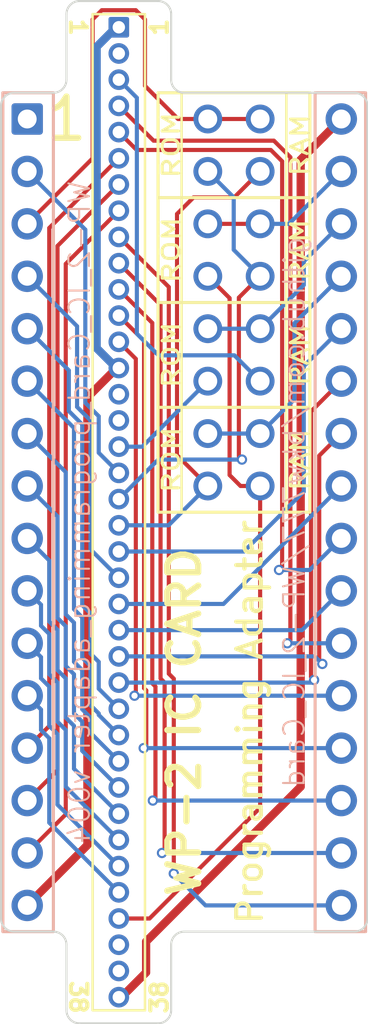
<source format=kicad_pcb>
(kicad_pcb (version 20171130) (host pcbnew 5.1.9-73d0e3b20d~88~ubuntu20.10.1)

  (general
    (thickness 1.6)
    (drawings 56)
    (tracks 219)
    (zones 0)
    (modules 4)
    (nets 37)
  )

  (page USLetter)
  (title_block
    (title "WP-2 IC Card Programming Adapter")
    (date 2021-04-02)
    (rev 004)
    (company "Brian K. White - b.kenyon.w@gmail.com")
  )

  (layers
    (0 F.Cu signal)
    (31 B.Cu signal)
    (32 B.Adhes user hide)
    (33 F.Adhes user hide)
    (34 B.Paste user hide)
    (35 F.Paste user hide)
    (36 B.SilkS user)
    (37 F.SilkS user)
    (38 B.Mask user)
    (39 F.Mask user hide)
    (40 Dwgs.User user hide)
    (41 Cmts.User user hide)
    (42 Eco1.User user hide)
    (43 Eco2.User user hide)
    (44 Edge.Cuts user)
    (45 Margin user hide)
    (46 B.CrtYd user hide)
    (47 F.CrtYd user hide)
    (48 B.Fab user hide)
    (49 F.Fab user hide)
  )

  (setup
    (last_trace_width 0.2)
    (user_trace_width 0.4)
    (trace_clearance 0.2)
    (zone_clearance 0.2)
    (zone_45_only no)
    (trace_min 0.2)
    (via_size 0.5)
    (via_drill 0.3)
    (via_min_size 0.5)
    (via_min_drill 0.3)
    (uvia_size 0.5)
    (uvia_drill 0.3)
    (uvias_allowed no)
    (uvia_min_size 0.5)
    (uvia_min_drill 0.3)
    (edge_width 0.1)
    (segment_width 0.2)
    (pcb_text_width 0.3)
    (pcb_text_size 1.5 1.5)
    (mod_edge_width 0.15)
    (mod_text_size 1 1)
    (mod_text_width 0.15)
    (pad_size 1.524 1.524)
    (pad_drill 0.762)
    (pad_to_mask_clearance 0)
    (solder_mask_min_width 0.22)
    (aux_axis_origin 139.686 99.695)
    (grid_origin 139.686 99.695)
    (visible_elements FFFFFF7F)
    (pcbplotparams
      (layerselection 0x010f0_ffffffff)
      (usegerberextensions false)
      (usegerberattributes true)
      (usegerberadvancedattributes false)
      (creategerberjobfile false)
      (excludeedgelayer true)
      (linewidth 0.100000)
      (plotframeref false)
      (viasonmask false)
      (mode 1)
      (useauxorigin false)
      (hpglpennumber 1)
      (hpglpenspeed 20)
      (hpglpendiameter 15.000000)
      (psnegative false)
      (psa4output false)
      (plotreference true)
      (plotvalue true)
      (plotinvisibletext false)
      (padsonsilk false)
      (subtractmaskfromsilk true)
      (outputformat 1)
      (mirror false)
      (drillshape 0)
      (scaleselection 1)
      (outputdirectory "GERBER_WP-2_IC_CARD_programming_adapter"))
  )

  (net 0 "")
  (net 1 GND)
  (net 2 /~OE)
  (net 3 /D0)
  (net 4 /D1)
  (net 5 /D2)
  (net 6 /D3)
  (net 7 /D4)
  (net 8 /D5)
  (net 9 /D6)
  (net 10 /D7)
  (net 11 /A17)
  (net 12 /A16)
  (net 13 /A15)
  (net 14 /A14)
  (net 15 /A13)
  (net 16 /A12)
  (net 17 /A11)
  (net 18 /A10)
  (net 19 /A9)
  (net 20 /A8)
  (net 21 /A7)
  (net 22 /A6)
  (net 23 /A5)
  (net 24 /A4)
  (net 25 /A3)
  (net 26 /A2)
  (net 27 /A1)
  (net 28 /A0)
  (net 29 /R~W)
  (net 30 /~CE1)
  (net 31 /CE2)
  (net 32 VDD)
  (net 33 /A15_A14)
  (net 34 /A14_~WE)
  (net 35 /A17_CE2)
  (net 36 /~WE~_A15)

  (net_class Default "This is the default net class."
    (clearance 0.2)
    (trace_width 0.2)
    (via_dia 0.5)
    (via_drill 0.3)
    (uvia_dia 0.5)
    (uvia_drill 0.3)
    (diff_pair_width 0.2)
    (diff_pair_gap 0.2)
    (add_net /A0)
    (add_net /A1)
    (add_net /A10)
    (add_net /A11)
    (add_net /A12)
    (add_net /A13)
    (add_net /A14)
    (add_net /A14_~WE)
    (add_net /A15)
    (add_net /A15_A14)
    (add_net /A16)
    (add_net /A17)
    (add_net /A17_CE2)
    (add_net /A2)
    (add_net /A3)
    (add_net /A4)
    (add_net /A5)
    (add_net /A6)
    (add_net /A7)
    (add_net /A8)
    (add_net /A9)
    (add_net /CE2)
    (add_net /D0)
    (add_net /D1)
    (add_net /D2)
    (add_net /D3)
    (add_net /D4)
    (add_net /D5)
    (add_net /D6)
    (add_net /D7)
    (add_net /R~W)
    (add_net /~CE1)
    (add_net /~OE)
    (add_net /~WE~_A15)
    (add_net GND)
    (add_net VDD)
  )

  (module 0_LOCAL:Pin_Header_Straight_1x38_Pitch1.27mm (layer F.Cu) (tedit 6066AB1F) (tstamp 5F8D6560)
    (at 136.511 99.695)
    (descr "Through hole straight pin header, 1x38, 1.27mm pitch, single row")
    (tags "Through hole pin header THT 1x38 1.27mm single row")
    (path /5F6EF0A3)
    (fp_text reference J1 (at 1.27 0 -90) (layer F.SilkS) hide
      (effects (font (size 1 1) (thickness 0.15)))
    )
    (fp_text value Conn_01x38_Male (at -1.27 0 -90) (layer F.Fab)
      (effects (font (size 1 1) (thickness 0.15)))
    )
    (fp_text user %R (at 1.27 0 -90) (layer F.Fab)
      (effects (font (size 1 1) (thickness 0.15)))
    )
    (fp_line (start -1.27 -24.13) (end 1.27 -24.13) (layer F.SilkS) (width 0.12))
    (fp_line (start 1.27 -24.13) (end 1.27 24.13) (layer F.SilkS) (width 0.12))
    (fp_line (start 1.27 24.13) (end -1.27 24.13) (layer F.SilkS) (width 0.12))
    (fp_line (start -1.27 24.13) (end -1.27 -24.13) (layer F.SilkS) (width 0.12))
    (pad 1 thru_hole roundrect (at 0 -23.495) (size 1 1) (drill 0.6) (layers *.Cu *.Mask) (roundrect_rratio 0.1)
      (net 1 GND))
    (pad 2 thru_hole circle (at 0 -22.225) (size 1 1) (drill 0.6) (layers *.Cu *.Mask))
    (pad 3 thru_hole circle (at 0 -20.955) (size 1 1) (drill 0.6) (layers *.Cu *.Mask)
      (net 31 /CE2))
    (pad 4 thru_hole circle (at 0 -19.685) (size 1 1) (drill 0.6) (layers *.Cu *.Mask)
      (net 30 /~CE1))
    (pad 5 thru_hole circle (at 0 -18.415) (size 1 1) (drill 0.6) (layers *.Cu *.Mask)
      (net 2 /~OE))
    (pad 6 thru_hole circle (at 0 -17.145) (size 1 1) (drill 0.6) (layers *.Cu *.Mask)
      (net 3 /D0))
    (pad 7 thru_hole circle (at 0 -15.875) (size 1 1) (drill 0.6) (layers *.Cu *.Mask)
      (net 4 /D1))
    (pad 8 thru_hole circle (at 0 -14.605) (size 1 1) (drill 0.6) (layers *.Cu *.Mask)
      (net 5 /D2))
    (pad 9 thru_hole circle (at 0 -13.335) (size 1 1) (drill 0.6) (layers *.Cu *.Mask)
      (net 6 /D3))
    (pad 10 thru_hole circle (at 0 -12.065) (size 1 1) (drill 0.6) (layers *.Cu *.Mask)
      (net 7 /D4))
    (pad 11 thru_hole circle (at 0 -10.795) (size 1 1) (drill 0.6) (layers *.Cu *.Mask)
      (net 8 /D5))
    (pad 12 thru_hole circle (at 0 -9.525) (size 1 1) (drill 0.6) (layers *.Cu *.Mask)
      (net 9 /D6))
    (pad 13 thru_hole circle (at 0 -8.255) (size 1 1) (drill 0.6) (layers *.Cu *.Mask)
      (net 10 /D7))
    (pad 14 thru_hole circle (at 0 -6.985) (size 1 1) (drill 0.6) (layers *.Cu *.Mask)
      (net 1 GND))
    (pad 15 thru_hole circle (at 0 -5.715) (size 1 1) (drill 0.6) (layers *.Cu *.Mask))
    (pad 16 thru_hole circle (at 0 -4.445) (size 1 1) (drill 0.6) (layers *.Cu *.Mask))
    (pad 17 thru_hole circle (at 0 -3.175) (size 1 1) (drill 0.6) (layers *.Cu *.Mask)
      (net 11 /A17))
    (pad 18 thru_hole circle (at 0 -1.905) (size 1 1) (drill 0.6) (layers *.Cu *.Mask)
      (net 12 /A16))
    (pad 19 thru_hole circle (at 0 -0.635) (size 1 1) (drill 0.6) (layers *.Cu *.Mask)
      (net 13 /A15))
    (pad 20 thru_hole circle (at 0 0.635) (size 1 1) (drill 0.6) (layers *.Cu *.Mask)
      (net 14 /A14))
    (pad 21 thru_hole circle (at 0 1.905) (size 1 1) (drill 0.6) (layers *.Cu *.Mask)
      (net 15 /A13))
    (pad 22 thru_hole circle (at 0 3.175) (size 1 1) (drill 0.6) (layers *.Cu *.Mask)
      (net 16 /A12))
    (pad 23 thru_hole circle (at 0 4.445) (size 1 1) (drill 0.6) (layers *.Cu *.Mask)
      (net 17 /A11))
    (pad 24 thru_hole circle (at 0 5.715) (size 1 1) (drill 0.6) (layers *.Cu *.Mask)
      (net 18 /A10))
    (pad 25 thru_hole circle (at 0 6.985) (size 1 1) (drill 0.6) (layers *.Cu *.Mask)
      (net 19 /A9))
    (pad 26 thru_hole circle (at 0 8.255) (size 1 1) (drill 0.6) (layers *.Cu *.Mask)
      (net 20 /A8))
    (pad 27 thru_hole circle (at 0 9.525) (size 1 1) (drill 0.6) (layers *.Cu *.Mask)
      (net 21 /A7))
    (pad 28 thru_hole circle (at 0 10.795) (size 1 1) (drill 0.6) (layers *.Cu *.Mask)
      (net 22 /A6))
    (pad 29 thru_hole circle (at 0 12.065) (size 1 1) (drill 0.6) (layers *.Cu *.Mask)
      (net 23 /A5))
    (pad 30 thru_hole circle (at 0 13.335) (size 1 1) (drill 0.6) (layers *.Cu *.Mask)
      (net 24 /A4))
    (pad 31 thru_hole circle (at 0 14.605) (size 1 1) (drill 0.6) (layers *.Cu *.Mask)
      (net 25 /A3))
    (pad 32 thru_hole circle (at 0 15.875) (size 1 1) (drill 0.6) (layers *.Cu *.Mask)
      (net 26 /A2))
    (pad 33 thru_hole circle (at 0 17.145) (size 1 1) (drill 0.6) (layers *.Cu *.Mask)
      (net 27 /A1))
    (pad 34 thru_hole circle (at 0 18.415) (size 1 1) (drill 0.6) (layers *.Cu *.Mask)
      (net 28 /A0))
    (pad 35 thru_hole circle (at 0 19.685) (size 1 1) (drill 0.6) (layers *.Cu *.Mask)
      (net 29 /R~W))
    (pad 36 thru_hole circle (at 0 20.955) (size 1 1) (drill 0.6) (layers *.Cu *.Mask))
    (pad 37 thru_hole circle (at 0 22.225) (size 1 1) (drill 0.6) (layers *.Cu *.Mask))
    (pad 38 thru_hole circle (at 0 23.495) (size 1 1) (drill 0.6) (layers *.Cu *.Mask)
      (net 32 VDD))
    (model ${KIPRJMOD}/3d/PinHeader_1x38_P1.27mm_Vertical.step
      (offset (xyz 0 23.495 0))
      (scale (xyz 1 1 1))
      (rotate (xyz 0 0 0))
    )
    (model ${KIPRJMOD}/WP-2_IC_Card_v003_ROM_assembly.step_x
      (offset (xyz -1.1303 0 9.499599999999999))
      (scale (xyz 1 1 1))
      (rotate (xyz 0 -90 0))
    )
    (model ${KIPRJMOD}/WP-2_IC_Card_ROM_carried.step_x
      (offset (xyz -1.1303 0 9.499599999999999))
      (scale (xyz 1 1 1))
      (rotate (xyz 0 -90 0))
    )
    (model ${KIPRJMOD}/WP-2_IC_Card_ROM_no_carrier.step_x
      (offset (xyz -1.1303 0 9.499599999999999))
      (scale (xyz 1 1 1))
      (rotate (xyz 0 -90 0))
    )
    (model ${KIPRJMOD}/WP-2_IC_Card_RAM.step_x
      (offset (xyz -1.397 0 9.5504))
      (scale (xyz 1 1 1))
      (rotate (xyz 0 -90 0))
    )
    (model ${KIPRJMOD}/WP-2_IC_Card_ROM.step_x
      (offset (xyz -1.397 0 9.5504))
      (scale (xyz 1 1 1))
      (rotate (xyz 0 -90 0))
    )
  )

  (module 0_LOCAL:2x8_jumper_block (layer F.Cu) (tedit 6066AA18) (tstamp 6066EA09)
    (at 140.829 80.645)
    (descr "Through hole straight pin header, 2x08, 2.54mm pitch, double rows")
    (tags "Through hole pin header THT 2x08 2.54mm double row")
    (path /607B90CA)
    (fp_text reference J3 (at 1.27 -2.33) (layer F.SilkS) hide
      (effects (font (size 1 1) (thickness 0.15)))
    )
    (fp_text value Conn_02x08_Odd_Even (at 1.27 20.11) (layer F.Fab)
      (effects (font (size 1 1) (thickness 0.15)))
    )
    (fp_text user %R (at 1.27 8.89 90) (layer F.Fab)
      (effects (font (size 1 1) (thickness 0.15)))
    )
    (fp_line (start 3.81 19.05) (end -1.27 19.05) (layer F.SilkS) (width 0.12))
    (fp_line (start 3.81 -1.27) (end 3.81 19.05) (layer F.SilkS) (width 0.12))
    (fp_line (start -1.27 -1.27) (end 3.81 -1.27) (layer F.SilkS) (width 0.12))
    (fp_line (start -1.27 19.05) (end -1.27 -1.27) (layer F.SilkS) (width 0.12))
    (fp_line (start 4.35 -1.8) (end -1.8 -1.8) (layer F.CrtYd) (width 0.05))
    (fp_line (start 4.35 19.55) (end 4.35 -1.8) (layer F.CrtYd) (width 0.05))
    (fp_line (start -1.8 19.55) (end 4.35 19.55) (layer F.CrtYd) (width 0.05))
    (fp_line (start -1.8 -1.8) (end -1.8 19.55) (layer F.CrtYd) (width 0.05))
    (pad 16 thru_hole circle (at 2.54 17.78) (size 1.397 1.397) (drill 0.9144) (layers *.Cu *.Mask)
      (net 29 /R~W))
    (pad 15 thru_hole circle (at 0 17.78) (size 1.397 1.397) (drill 0.9144) (layers *.Cu *.Mask)
      (net 14 /A14))
    (pad 14 thru_hole circle (at 2.54 15.24) (size 1.397 1.397) (drill 0.9144) (layers *.Cu *.Mask)
      (net 34 /A14_~WE))
    (pad 13 thru_hole circle (at 0 15.24) (size 1.397 1.397) (drill 0.9144) (layers *.Cu *.Mask)
      (net 34 /A14_~WE))
    (pad 12 thru_hole circle (at 2.54 12.7) (size 1.397 1.397) (drill 0.9144) (layers *.Cu *.Mask)
      (net 31 /CE2))
    (pad 11 thru_hole circle (at 0 12.7) (size 1.397 1.397) (drill 0.9144) (layers *.Cu *.Mask)
      (net 11 /A17))
    (pad 10 thru_hole circle (at 2.54 10.16) (size 1.397 1.397) (drill 0.9144) (layers *.Cu *.Mask)
      (net 35 /A17_CE2))
    (pad 9 thru_hole circle (at 0 10.16) (size 1.397 1.397) (drill 0.9144) (layers *.Cu *.Mask)
      (net 35 /A17_CE2))
    (pad 8 thru_hole circle (at 2.54 7.62) (size 1.397 1.397) (drill 0.9144) (layers *.Cu *.Mask)
      (net 13 /A15))
    (pad 7 thru_hole circle (at 0 7.62) (size 1.397 1.397) (drill 0.9144) (layers *.Cu *.Mask)
      (net 29 /R~W))
    (pad 6 thru_hole circle (at 2.54 5.08) (size 1.397 1.397) (drill 0.9144) (layers *.Cu *.Mask)
      (net 36 /~WE~_A15))
    (pad 5 thru_hole circle (at 0 5.08) (size 1.397 1.397) (drill 0.9144) (layers *.Cu *.Mask)
      (net 36 /~WE~_A15))
    (pad 4 thru_hole circle (at 2.54 2.54) (size 1.397 1.397) (drill 0.9144) (layers *.Cu *.Mask)
      (net 14 /A14))
    (pad 3 thru_hole circle (at 0 2.54) (size 1.397 1.397) (drill 0.9144) (layers *.Cu *.Mask)
      (net 13 /A15))
    (pad 2 thru_hole circle (at 2.54 0) (size 1.397 1.397) (drill 0.9144) (layers *.Cu *.Mask)
      (net 33 /A15_A14))
    (pad 1 thru_hole circle (at 0 0) (size 1.397 1.397) (drill 0.9144) (layers *.Cu *.Mask)
      (net 33 /A15_A14))
    (model ${KIPRJMOD}/3d/PinHeader_2x08_P2.54mm_Vertical.step
      (at (xyz 0 0 0))
      (scale (xyz 1 1 1))
      (rotate (xyz 0 0 0))
    )
    (model ${KIPRJMOD}/3d/Jumper.stp
      (offset (xyz 1.27 -3.7719 2.54))
      (scale (xyz 1 1 1))
      (rotate (xyz -90 0 0))
    )
    (model ${KIPRJMOD}/3d/Jumper.stp
      (offset (xyz 1.27 -8.851900000000001 2.54))
      (scale (xyz 1 1 1))
      (rotate (xyz -90 0 0))
    )
    (model ${KIPRJMOD}/3d/Jumper.stp
      (offset (xyz 1.27 -13.9319 2.54))
      (scale (xyz 1 1 1))
      (rotate (xyz -90 0 0))
    )
    (model ${KIPRJMOD}/3d/Jumper.stp
      (offset (xyz 1.27 -19.0119 2.54))
      (scale (xyz 1 1 1))
      (rotate (xyz -90 0 0))
    )
  )

  (module 0_LOCAL:JP2_tight_storage (layer F.Cu) (tedit 5FBC7AAA) (tstamp 6067436A)
    (at 141.591 111.125 90)
    (fp_text reference REF** (at 0 -1.25 -90) (layer F.SilkS) hide
      (effects (font (size 0.8128 0.8128) (thickness 0.0762)))
    )
    (fp_text value "" (at 0 -2 90) (layer F.Fab) hide
      (effects (font (size 0.8128 0.8128) (thickness 0.0254)))
    )
    (pad "" np_thru_hole circle (at 1.1938 0 90) (size 0.9144 0.9144) (drill 0.9144) (layers *.Cu))
    (pad "" np_thru_hole circle (at -1.1938 0 90) (size 0.9144 0.9144) (drill 0.9144) (layers *.Cu))
  )

  (module 0_LOCAL:2x16x600 (layer F.Cu) (tedit 5F9A5FE1) (tstamp 5F8D79D1)
    (at 139.686 99.695)
    (descr "32-lead dip package, row spacing 7.62 mm (300 mils)")
    (tags "DIL DIP PDIP 2.54mm 7.62mm 300mil")
    (path /5F97A8B8)
    (fp_text reference J2 (at -3.81 -19.05) (layer F.SilkS) hide
      (effects (font (size 1 1) (thickness 0.15)))
    )
    (fp_text value Conn_02x16_Counter_Clockwise (at 0 21.44) (layer F.Fab)
      (effects (font (size 1 1) (thickness 0.15)))
    )
    (fp_text user %R (at -3.81 0) (layer F.Fab)
      (effects (font (size 1 1) (thickness 0.15)))
    )
    (pad 1 thru_hole roundrect (at -7.62 -19.05) (size 1.524 1.524) (drill 0.9144) (layers *.Cu *.Mask) (roundrect_rratio 0.1))
    (pad 17 thru_hole circle (at 7.62 19.05) (size 1.524 1.524) (drill 0.9144) (layers *.Cu *.Mask)
      (net 6 /D3))
    (pad 2 thru_hole circle (at -7.62 -16.51) (size 1.524 1.524) (drill 0.9144) (layers *.Cu *.Mask)
      (net 12 /A16))
    (pad 18 thru_hole circle (at 7.62 16.51) (size 1.524 1.524) (drill 0.9144) (layers *.Cu *.Mask)
      (net 7 /D4))
    (pad 3 thru_hole circle (at -7.62 -13.97) (size 1.524 1.524) (drill 0.9144) (layers *.Cu *.Mask)
      (net 33 /A15_A14))
    (pad 19 thru_hole circle (at 7.62 13.97) (size 1.524 1.524) (drill 0.9144) (layers *.Cu *.Mask)
      (net 8 /D5))
    (pad 4 thru_hole circle (at -7.62 -11.43) (size 1.524 1.524) (drill 0.9144) (layers *.Cu *.Mask)
      (net 16 /A12))
    (pad 20 thru_hole circle (at 7.62 11.43) (size 1.524 1.524) (drill 0.9144) (layers *.Cu *.Mask)
      (net 9 /D6))
    (pad 5 thru_hole circle (at -7.62 -8.89) (size 1.524 1.524) (drill 0.9144) (layers *.Cu *.Mask)
      (net 21 /A7))
    (pad 21 thru_hole circle (at 7.62 8.89) (size 1.524 1.524) (drill 0.9144) (layers *.Cu *.Mask)
      (net 10 /D7))
    (pad 6 thru_hole circle (at -7.62 -6.35) (size 1.524 1.524) (drill 0.9144) (layers *.Cu *.Mask)
      (net 22 /A6))
    (pad 22 thru_hole circle (at 7.62 6.35) (size 1.524 1.524) (drill 0.9144) (layers *.Cu *.Mask)
      (net 30 /~CE1))
    (pad 7 thru_hole circle (at -7.62 -3.81) (size 1.524 1.524) (drill 0.9144) (layers *.Cu *.Mask)
      (net 23 /A5))
    (pad 23 thru_hole circle (at 7.62 3.81) (size 1.524 1.524) (drill 0.9144) (layers *.Cu *.Mask)
      (net 18 /A10))
    (pad 8 thru_hole circle (at -7.62 -1.27) (size 1.524 1.524) (drill 0.9144) (layers *.Cu *.Mask)
      (net 24 /A4))
    (pad 24 thru_hole circle (at 7.62 1.27) (size 1.524 1.524) (drill 0.9144) (layers *.Cu *.Mask)
      (net 2 /~OE))
    (pad 9 thru_hole circle (at -7.62 1.27) (size 1.524 1.524) (drill 0.9144) (layers *.Cu *.Mask)
      (net 25 /A3))
    (pad 25 thru_hole circle (at 7.62 -1.27) (size 1.524 1.524) (drill 0.9144) (layers *.Cu *.Mask)
      (net 17 /A11))
    (pad 10 thru_hole circle (at -7.62 3.81) (size 1.524 1.524) (drill 0.9144) (layers *.Cu *.Mask)
      (net 26 /A2))
    (pad 26 thru_hole circle (at 7.62 -3.81) (size 1.524 1.524) (drill 0.9144) (layers *.Cu *.Mask)
      (net 19 /A9))
    (pad 11 thru_hole circle (at -7.62 6.35) (size 1.524 1.524) (drill 0.9144) (layers *.Cu *.Mask)
      (net 27 /A1))
    (pad 27 thru_hole circle (at 7.62 -6.35) (size 1.524 1.524) (drill 0.9144) (layers *.Cu *.Mask)
      (net 20 /A8))
    (pad 12 thru_hole circle (at -7.62 8.89) (size 1.524 1.524) (drill 0.9144) (layers *.Cu *.Mask)
      (net 28 /A0))
    (pad 28 thru_hole circle (at 7.62 -8.89) (size 1.524 1.524) (drill 0.9144) (layers *.Cu *.Mask)
      (net 15 /A13))
    (pad 13 thru_hole circle (at -7.62 11.43) (size 1.524 1.524) (drill 0.9144) (layers *.Cu *.Mask)
      (net 3 /D0))
    (pad 29 thru_hole circle (at 7.62 -11.43) (size 1.524 1.524) (drill 0.9144) (layers *.Cu *.Mask)
      (net 34 /A14_~WE))
    (pad 14 thru_hole circle (at -7.62 13.97) (size 1.524 1.524) (drill 0.9144) (layers *.Cu *.Mask)
      (net 4 /D1))
    (pad 30 thru_hole circle (at 7.62 -13.97) (size 1.524 1.524) (drill 0.9144) (layers *.Cu *.Mask)
      (net 35 /A17_CE2))
    (pad 15 thru_hole circle (at -7.62 16.51) (size 1.524 1.524) (drill 0.9144) (layers *.Cu *.Mask)
      (net 5 /D2))
    (pad 31 thru_hole circle (at 7.62 -16.51) (size 1.524 1.524) (drill 0.9144) (layers *.Cu *.Mask)
      (net 36 /~WE~_A15))
    (pad 16 thru_hole circle (at -7.62 19.05) (size 1.524 1.524) (drill 0.9144) (layers *.Cu *.Mask)
      (net 1 GND))
    (pad 32 thru_hole circle (at 7.62 -19.05) (size 1.524 1.524) (drill 0.9144) (layers *.Cu *.Mask)
      (net 32 VDD))
    (model ${KIPRJMOD}/3d/PinHeader_1x16_P2.54mm_Vertical.step
      (offset (xyz 7.62 19.05 -1.7272))
      (scale (xyz 1 1 1))
      (rotate (xyz 0 180 0))
    )
    (model ${KIPRJMOD}/3d/PinHeader_1x16_P2.54mm_Vertical.step
      (offset (xyz -7.62 19.05 -1.7272))
      (scale (xyz 1 1 1))
      (rotate (xyz 0 -180 0))
    )
  )

  (gr_text RAM (at 145.274 81.915 90) (layer F.SilkS) (tstamp 60673CA3)
    (effects (font (size 0.8 1) (thickness 0.15)))
  )
  (gr_text RAM (at 145.274 86.995 90) (layer F.SilkS) (tstamp 60673CA1)
    (effects (font (size 0.8 1) (thickness 0.15)))
  )
  (gr_text RAM (at 145.274 92.075 90) (layer F.SilkS) (tstamp 60673C9F)
    (effects (font (size 0.8 1) (thickness 0.15)))
  )
  (gr_text RAM (at 145.274 97.155 90) (layer F.SilkS) (tstamp 60673C75)
    (effects (font (size 0.8 1) (thickness 0.15)))
  )
  (gr_text ROM (at 139.051 81.915 90) (layer F.SilkS) (tstamp 60673C0D)
    (effects (font (size 0.8 1) (thickness 0.15)))
  )
  (gr_text ROM (at 139.051 86.995 90) (layer F.SilkS) (tstamp 60673C0B)
    (effects (font (size 0.8 1) (thickness 0.15)))
  )
  (gr_text ROM (at 139.051 92.075 90) (layer F.SilkS) (tstamp 60673C08)
    (effects (font (size 0.8 1) (thickness 0.15)))
  )
  (gr_line (start 145.782 79.375) (end 138.416 79.375) (layer F.SilkS) (width 0.15) (tstamp 60673BDE))
  (gr_line (start 145.782 84.455) (end 138.416 84.455) (layer F.SilkS) (width 0.15) (tstamp 60673B99))
  (gr_line (start 145.782 89.535) (end 138.416 89.535) (layer F.SilkS) (width 0.15) (tstamp 60673B97))
  (gr_line (start 145.782 94.615) (end 138.416 94.615) (layer F.SilkS) (width 0.15) (tstamp 60673B94))
  (gr_line (start 145.782 99.695) (end 138.416 99.695) (layer F.SilkS) (width 0.15) (tstamp 60673A29))
  (gr_line (start 145.782 79.375) (end 145.782 99.695) (layer F.SilkS) (width 0.15) (tstamp 606739DD))
  (gr_line (start 138.416 79.375) (end 138.416 99.695) (layer F.SilkS) (width 0.15) (tstamp 606736B3))
  (gr_text ROM (at 139.051 97.155 90) (layer F.SilkS) (tstamp 60673701)
    (effects (font (size 0.8 1) (thickness 0.15)))
  )
  (gr_line (start 139.051 75.565) (end 139.051 78.74) (layer Edge.Cuts) (width 0.1))
  (gr_arc (start 139.686 78.74) (end 139.051 78.74) (angle -90) (layer Edge.Cuts) (width 0.1))
  (gr_line (start 139.051 120.65) (end 139.051 123.825) (layer Edge.Cuts) (width 0.1))
  (gr_line (start 133.971 120.65) (end 133.971 123.825) (layer Edge.Cuts) (width 0.1))
  (gr_line (start 133.971 78.74) (end 133.971 75.565) (layer Edge.Cuts) (width 0.1))
  (gr_line (start 139.686 79.375) (end 147.941 79.375) (layer Edge.Cuts) (width 0.1))
  (gr_arc (start 147.941 80.01) (end 148.576 80.01) (angle -90) (layer Edge.Cuts) (width 0.1))
  (gr_arc (start 138.416 75.565) (end 139.051 75.565) (angle -90) (layer Edge.Cuts) (width 0.1))
  (gr_text 1 (at 138.4795 76.2 90) (layer F.SilkS) (tstamp 606582A6)
    (effects (font (size 0.8 0.8) (thickness 0.2)))
  )
  (gr_line (start 131.431 79.375) (end 133.336 79.375) (layer Edge.Cuts) (width 0.1))
  (gr_arc (start 133.336 78.74) (end 133.336 79.375) (angle -90) (layer Edge.Cuts) (width 0.1))
  (gr_arc (start 131.431 80.01) (end 131.431 79.375) (angle -90) (layer Edge.Cuts) (width 0.1) (tstamp 60658297))
  (gr_arc (start 134.606 75.565) (end 134.606 74.93) (angle -90) (layer Edge.Cuts) (width 0.1))
  (gr_line (start 131.431 120.015) (end 133.336 120.015) (layer Edge.Cuts) (width 0.1))
  (gr_arc (start 133.336 120.65) (end 133.971 120.65) (angle -90) (layer Edge.Cuts) (width 0.1))
  (gr_arc (start 131.431 119.38) (end 130.796 119.38) (angle -90) (layer Edge.Cuts) (width 0.1) (tstamp 60657F79))
  (gr_arc (start 134.606 123.825) (end 133.971 123.825) (angle -90) (layer Edge.Cuts) (width 0.1))
  (gr_line (start 139.686 120.015) (end 147.941 120.015) (layer Edge.Cuts) (width 0.1))
  (gr_arc (start 138.416 123.825) (end 138.416 124.46) (angle -90) (layer Edge.Cuts) (width 0.1))
  (gr_arc (start 139.686 120.65) (end 139.686 120.015) (angle -90) (layer Edge.Cuts) (width 0.1))
  (gr_arc (start 147.941 119.38) (end 147.941 120.015) (angle -90) (layer Edge.Cuts) (width 0.1))
  (gr_line (start 130.796 119.38) (end 130.796 80.01) (layer Edge.Cuts) (width 0.1) (tstamp 5FB32EFB))
  (gr_line (start 138.416 124.46) (end 134.606 124.46) (layer Edge.Cuts) (width 0.1) (tstamp 5FB32EF7))
  (gr_line (start 148.576 80.01) (end 148.576 119.38) (layer Edge.Cuts) (width 0.1) (tstamp 5FB32EF2))
  (gr_line (start 134.606 74.93) (end 138.416 74.93) (layer Edge.Cuts) (width 0.1) (tstamp 5FB32EEE))
  (gr_text 38 (at 138.4795 123.19 90) (layer F.SilkS) (tstamp 5FB29B09)
    (effects (font (size 0.8 0.8) (thickness 0.2)))
  )
  (gr_text "WP-2_IC_Card_programming_adapter v004" (at 134.606 99.695 90) (layer B.SilkS) (tstamp 5F9B912B)
    (effects (font (size 1 1) (thickness 0.1)) (justify mirror))
  )
  (gr_text 1 (at 133.971 80.645) (layer F.SilkS)
    (effects (font (size 2 2) (thickness 0.3)))
  )
  (gr_text github.com/bkw777/WP-2_IC_Card (at 145.02 99.695 90) (layer B.SilkS)
    (effects (font (size 1 1) (thickness 0.1)) (justify mirror))
  )
  (gr_text "WP-2 IC CARD" (at 139.686 109.855 90) (layer F.SilkS) (tstamp 5F8DA936)
    (effects (font (size 1.5 1.5) (thickness 0.3)))
  )
  (gr_text 38 (at 134.5425 123.19 -90) (layer F.SilkS)
    (effects (font (size 0.8 0.8) (thickness 0.2)))
  )
  (gr_text 1 (at 134.5425 76.2 -90) (layer F.SilkS)
    (effects (font (size 0.8 0.8) (thickness 0.2)))
  )
  (gr_text "Programming Adapter" (at 142.861 109.855 90) (layer F.SilkS)
    (effects (font (size 1.2 1.2) (thickness 0.2)))
  )
  (gr_line (start 146.036 79.375) (end 148.486 79.375) (layer B.SilkS) (width 0.15) (tstamp 5F8D854A))
  (gr_line (start 146.036 120.015) (end 146.036 79.375) (layer B.SilkS) (width 0.15))
  (gr_line (start 148.486 120.015) (end 146.036 120.015) (layer B.SilkS) (width 0.15))
  (gr_line (start 148.486 79.375) (end 148.486 120.015) (layer B.SilkS) (width 0.15))
  (gr_line (start 130.886 79.375) (end 133.336 79.375) (layer B.SilkS) (width 0.15) (tstamp 5F8D8547))
  (gr_line (start 130.886 120.015) (end 130.886 79.375) (layer B.SilkS) (width 0.15))
  (gr_line (start 133.336 120.015) (end 130.886 120.015) (layer B.SilkS) (width 0.15))
  (gr_line (start 133.336 79.375) (end 133.336 120.015) (layer B.SilkS) (width 0.15))

  (segment (start 136.384 76.2) (end 136.511 76.2) (width 0.4) (layer B.Cu) (net 1))
  (segment (start 135.436 77.148) (end 136.384 76.2) (width 0.4) (layer B.Cu) (net 1))
  (segment (start 135.436 91.74675) (end 135.436 77.148) (width 0.4) (layer B.Cu) (net 1))
  (segment (start 136.39925 92.71) (end 135.436 91.74675) (width 0.4) (layer B.Cu) (net 1))
  (segment (start 136.511 92.71) (end 136.39925 92.71) (width 0.4) (layer B.Cu) (net 1))
  (segment (start 134.987 115.824) (end 132.066 118.745) (width 0.4) (layer F.Cu) (net 1))
  (segment (start 134.987 94.13225) (end 134.987 115.824) (width 0.4) (layer F.Cu) (net 1))
  (segment (start 136.40925 92.71) (end 134.987 94.13225) (width 0.4) (layer F.Cu) (net 1))
  (segment (start 136.511 92.71) (end 136.40925 92.71) (width 0.4) (layer F.Cu) (net 1))
  (segment (start 144.286 102.495) (end 145.776 102.495) (width 0.2) (layer B.Cu) (net 2))
  (segment (start 145.776 102.495) (end 147.306 100.965) (width 0.2) (layer B.Cu) (net 2))
  (via (at 144.286 102.495) (size 0.5) (drill 0.3) (layers F.Cu B.Cu) (net 2))
  (segment (start 144.436 102.345) (end 144.286 102.495) (width 0.2) (layer F.Cu) (net 2))
  (segment (start 144.436 82.695) (end 144.436 102.345) (width 0.2) (layer F.Cu) (net 2))
  (segment (start 143.886 82.145) (end 144.436 82.695) (width 0.2) (layer F.Cu) (net 2))
  (segment (start 137.376 82.145) (end 143.886 82.145) (width 0.2) (layer F.Cu) (net 2))
  (segment (start 136.511 81.28) (end 137.376 82.145) (width 0.2) (layer F.Cu) (net 2))
  (segment (start 133.136 85.925) (end 136.511 82.55) (width 0.2) (layer F.Cu) (net 3))
  (segment (start 133.136 110.055) (end 133.136 85.925) (width 0.2) (layer F.Cu) (net 3))
  (segment (start 132.066 111.125) (end 133.136 110.055) (width 0.2) (layer F.Cu) (net 3))
  (segment (start 133.536 112.195) (end 133.536 86.795) (width 0.2) (layer F.Cu) (net 4))
  (segment (start 133.536 86.795) (end 136.511 83.82) (width 0.2) (layer F.Cu) (net 4))
  (segment (start 132.066 113.665) (end 133.536 112.195) (width 0.2) (layer F.Cu) (net 4))
  (segment (start 133.936 87.665) (end 136.511 85.09) (width 0.2) (layer F.Cu) (net 5))
  (segment (start 133.936 114.335) (end 133.936 87.665) (width 0.2) (layer F.Cu) (net 5))
  (segment (start 132.066 116.205) (end 133.936 114.335) (width 0.2) (layer F.Cu) (net 5))
  (segment (start 138.936 88.785) (end 136.511 86.36) (width 0.2) (layer F.Cu) (net 6))
  (segment (start 138.936 107.5175) (end 138.936 88.785) (width 0.2) (layer F.Cu) (net 6))
  (segment (start 139.178 107.7595) (end 138.936 107.5175) (width 0.2) (layer F.Cu) (net 6))
  (segment (start 139.178 117.203) (end 139.178 107.7595) (width 0.2) (layer F.Cu) (net 6))
  (via (at 139.178 117.203) (size 0.5) (drill 0.3) (layers F.Cu B.Cu) (net 6))
  (segment (start 140.72 118.745) (end 147.306 118.745) (width 0.2) (layer B.Cu) (net 6))
  (segment (start 139.178 117.203) (end 140.72 118.745) (width 0.2) (layer B.Cu) (net 6))
  (segment (start 138.536 89.655) (end 136.511 87.63) (width 0.2) (layer F.Cu) (net 7))
  (segment (start 138.7335 107.95) (end 138.536 107.7525) (width 0.2) (layer F.Cu) (net 7))
  (segment (start 138.536 107.7525) (end 138.536 89.655) (width 0.2) (layer F.Cu) (net 7))
  (segment (start 138.7335 116.078) (end 138.7335 107.95) (width 0.2) (layer F.Cu) (net 7))
  (segment (start 138.6065 116.205) (end 147.306 116.205) (width 0.2) (layer B.Cu) (net 7))
  (segment (start 138.6065 116.205) (end 138.7335 116.078) (width 0.2) (layer F.Cu) (net 7))
  (via (at 138.6065 116.205) (size 0.5) (drill 0.3) (layers F.Cu B.Cu) (net 7))
  (segment (start 138.162 113.665) (end 147.306 113.665) (width 0.2) (layer B.Cu) (net 8))
  (via (at 138.162 113.665) (size 0.5) (drill 0.3) (layers F.Cu B.Cu) (net 8))
  (segment (start 138.289 108.1405) (end 138.136 107.9875) (width 0.2) (layer F.Cu) (net 8))
  (segment (start 138.136 90.525) (end 136.511 88.9) (width 0.2) (layer F.Cu) (net 8))
  (segment (start 138.289 113.538) (end 138.289 108.1405) (width 0.2) (layer F.Cu) (net 8))
  (segment (start 138.136 107.9875) (end 138.136 90.525) (width 0.2) (layer F.Cu) (net 8))
  (segment (start 138.162 113.665) (end 138.289 113.538) (width 0.2) (layer F.Cu) (net 8))
  (segment (start 137.7175 111.125) (end 147.306 111.125) (width 0.2) (layer B.Cu) (net 9))
  (via (at 137.7175 111.125) (size 0.5) (drill 0.3) (layers F.Cu B.Cu) (net 9))
  (segment (start 137.736 91.395) (end 136.511 90.17) (width 0.2) (layer F.Cu) (net 9))
  (segment (start 137.736 108.2225) (end 137.736 91.395) (width 0.2) (layer F.Cu) (net 9))
  (segment (start 137.8445 108.331) (end 137.736 108.2225) (width 0.2) (layer F.Cu) (net 9))
  (segment (start 137.8445 110.998) (end 137.8445 108.331) (width 0.2) (layer F.Cu) (net 9))
  (segment (start 137.7175 111.125) (end 137.8445 110.998) (width 0.2) (layer F.Cu) (net 9))
  (segment (start 137.273 108.585) (end 147.306 108.585) (width 0.2) (layer B.Cu) (net 10))
  (via (at 137.273 108.585) (size 0.5) (drill 0.3) (layers F.Cu B.Cu) (net 10))
  (segment (start 137.336 92.265) (end 136.511 91.44) (width 0.2) (layer F.Cu) (net 10))
  (segment (start 137.336 108.522) (end 137.336 92.265) (width 0.2) (layer F.Cu) (net 10))
  (segment (start 137.273 108.585) (end 137.336 108.522) (width 0.2) (layer F.Cu) (net 10))
  (segment (start 137.654 96.52) (end 140.829 93.345) (width 0.2) (layer B.Cu) (net 11))
  (segment (start 136.511 96.52) (end 137.654 96.52) (width 0.2) (layer B.Cu) (net 11))
  (segment (start 135.536 96.815) (end 136.511 97.79) (width 0.2) (layer B.Cu) (net 12))
  (segment (start 135.536 95.045) (end 135.536 96.815) (width 0.2) (layer B.Cu) (net 12))
  (segment (start 134.886 94.395) (end 135.536 95.045) (width 0.2) (layer B.Cu) (net 12))
  (segment (start 134.886 86.005) (end 134.886 94.395) (width 0.2) (layer B.Cu) (net 12))
  (segment (start 132.066 83.185) (end 134.886 86.005) (width 0.2) (layer B.Cu) (net 12))
  (segment (start 142.086 84.442) (end 140.829 83.185) (width 0.2) (layer B.Cu) (net 13))
  (segment (start 142.086 86.982) (end 142.086 84.442) (width 0.2) (layer B.Cu) (net 13))
  (segment (start 143.369 88.265) (end 142.086 86.982) (width 0.2) (layer B.Cu) (net 13))
  (segment (start 142.336 89.298) (end 143.369 88.265) (width 0.2) (layer F.Cu) (net 13))
  (segment (start 142.336 96.995) (end 142.336 89.298) (width 0.2) (layer F.Cu) (net 13))
  (segment (start 142.486 97.145) (end 142.336 96.995) (width 0.2) (layer F.Cu) (net 13))
  (segment (start 138.426 97.145) (end 136.511 99.06) (width 0.2) (layer B.Cu) (net 13))
  (segment (start 142.486 97.145) (end 138.426 97.145) (width 0.2) (layer B.Cu) (net 13))
  (via (at 142.486 97.145) (size 0.5) (drill 0.3) (layers F.Cu B.Cu) (net 13))
  (segment (start 138.924 100.33) (end 140.829 98.425) (width 0.2) (layer B.Cu) (net 14))
  (segment (start 136.511 100.33) (end 138.924 100.33) (width 0.2) (layer B.Cu) (net 14))
  (segment (start 139.336 96.932) (end 140.829 98.425) (width 0.2) (layer F.Cu) (net 14))
  (segment (start 139.336 85.245) (end 139.336 96.932) (width 0.2) (layer F.Cu) (net 14))
  (segment (start 140.136 84.445) (end 139.336 85.245) (width 0.2) (layer F.Cu) (net 14))
  (segment (start 142.109 84.445) (end 140.136 84.445) (width 0.2) (layer F.Cu) (net 14))
  (segment (start 143.369 83.185) (end 142.109 84.445) (width 0.2) (layer F.Cu) (net 14))
  (segment (start 142.581 101.6) (end 136.511 101.6) (width 0.2) (layer B.Cu) (net 15))
  (segment (start 145.486 98.695) (end 142.581 101.6) (width 0.2) (layer B.Cu) (net 15))
  (segment (start 145.486 92.625) (end 145.486 98.695) (width 0.2) (layer B.Cu) (net 15))
  (segment (start 147.306 90.805) (end 145.486 92.625) (width 0.2) (layer B.Cu) (net 15))
  (segment (start 135.136 101.495) (end 136.511 102.87) (width 0.2) (layer B.Cu) (net 16))
  (segment (start 135.136 95.245) (end 135.136 101.495) (width 0.2) (layer B.Cu) (net 16))
  (segment (start 134.486 94.595) (end 135.136 95.245) (width 0.2) (layer B.Cu) (net 16))
  (segment (start 134.486 90.685) (end 134.486 94.595) (width 0.2) (layer B.Cu) (net 16))
  (segment (start 132.066 88.265) (end 134.486 90.685) (width 0.2) (layer B.Cu) (net 16))
  (segment (start 141.591 104.14) (end 136.511 104.14) (width 0.2) (layer B.Cu) (net 17))
  (segment (start 147.306 98.425) (end 141.591 104.14) (width 0.2) (layer B.Cu) (net 17))
  (segment (start 145.401 105.41) (end 147.306 103.505) (width 0.2) (layer B.Cu) (net 18))
  (segment (start 136.511 105.41) (end 145.401 105.41) (width 0.2) (layer B.Cu) (net 18))
  (via (at 146.386 107.045) (size 0.5) (drill 0.3) (layers F.Cu B.Cu) (net 19))
  (segment (start 146.021 106.68) (end 136.386 106.68) (width 0.2) (layer B.Cu) (net 19))
  (segment (start 146.386 107.045) (end 146.021 106.68) (width 0.2) (layer B.Cu) (net 19))
  (segment (start 146.236 96.955) (end 147.306 95.885) (width 0.2) (layer F.Cu) (net 19))
  (segment (start 146.236 106.895) (end 146.236 96.955) (width 0.2) (layer F.Cu) (net 19))
  (segment (start 146.386 107.045) (end 146.236 106.895) (width 0.2) (layer F.Cu) (net 19))
  (segment (start 145.859 107.95) (end 136.511 107.95) (width 0.2) (layer B.Cu) (net 20))
  (segment (start 145.986 107.823) (end 145.859 107.95) (width 0.2) (layer B.Cu) (net 20))
  (segment (start 145.836 94.815) (end 147.306 93.345) (width 0.2) (layer F.Cu) (net 20))
  (segment (start 145.836 107.673) (end 145.836 94.815) (width 0.2) (layer F.Cu) (net 20))
  (segment (start 145.986 107.823) (end 145.836 107.673) (width 0.2) (layer F.Cu) (net 20))
  (via (at 145.986 107.823) (size 0.5) (drill 0.3) (layers F.Cu B.Cu) (net 20))
  (segment (start 135.536 108.245) (end 136.511 109.22) (width 0.2) (layer B.Cu) (net 21))
  (segment (start 135.536 106.945) (end 135.536 108.245) (width 0.2) (layer B.Cu) (net 21))
  (segment (start 135.136 104.595) (end 135.136 106.545) (width 0.2) (layer B.Cu) (net 21))
  (segment (start 134.736 104.195) (end 135.136 104.595) (width 0.2) (layer B.Cu) (net 21))
  (segment (start 134.736 95.445) (end 134.736 104.195) (width 0.2) (layer B.Cu) (net 21))
  (segment (start 135.136 106.545) (end 135.536 106.945) (width 0.2) (layer B.Cu) (net 21))
  (segment (start 134.086 94.795) (end 134.736 95.445) (width 0.2) (layer B.Cu) (net 21))
  (segment (start 134.086 92.825) (end 134.086 94.795) (width 0.2) (layer B.Cu) (net 21))
  (segment (start 132.066 90.805) (end 134.086 92.825) (width 0.2) (layer B.Cu) (net 21))
  (segment (start 135.536 109.515) (end 136.511 110.49) (width 0.2) (layer B.Cu) (net 22))
  (segment (start 134.736 106.745) (end 135.136 107.145) (width 0.2) (layer B.Cu) (net 22))
  (segment (start 134.336 104.395) (end 134.736 104.795) (width 0.2) (layer B.Cu) (net 22))
  (segment (start 135.536 109.445) (end 135.536 109.515) (width 0.2) (layer B.Cu) (net 22))
  (segment (start 135.136 107.145) (end 135.136 109.045) (width 0.2) (layer B.Cu) (net 22))
  (segment (start 134.736 104.795) (end 134.736 106.745) (width 0.2) (layer B.Cu) (net 22))
  (segment (start 134.336 95.615) (end 134.336 104.395) (width 0.2) (layer B.Cu) (net 22))
  (segment (start 135.136 109.045) (end 135.536 109.445) (width 0.2) (layer B.Cu) (net 22))
  (segment (start 132.066 93.345) (end 134.336 95.615) (width 0.2) (layer B.Cu) (net 22))
  (segment (start 135.136 110.385) (end 136.511 111.76) (width 0.2) (layer B.Cu) (net 23))
  (segment (start 134.736 109.245) (end 135.136 109.645) (width 0.2) (layer B.Cu) (net 23))
  (segment (start 134.736 107.345) (end 134.736 109.245) (width 0.2) (layer B.Cu) (net 23))
  (segment (start 134.336 106.945) (end 134.736 107.345) (width 0.2) (layer B.Cu) (net 23))
  (segment (start 135.136 109.645) (end 135.136 110.385) (width 0.2) (layer B.Cu) (net 23))
  (segment (start 134.336 105.045) (end 134.336 106.945) (width 0.2) (layer B.Cu) (net 23))
  (segment (start 133.936 104.645) (end 134.336 105.045) (width 0.2) (layer B.Cu) (net 23))
  (segment (start 133.936 97.755) (end 133.936 104.645) (width 0.2) (layer B.Cu) (net 23))
  (segment (start 132.066 95.885) (end 133.936 97.755) (width 0.2) (layer B.Cu) (net 23))
  (segment (start 134.736 111.255) (end 136.511 113.03) (width 0.2) (layer B.Cu) (net 24))
  (segment (start 134.736 109.845) (end 134.736 111.255) (width 0.2) (layer B.Cu) (net 24))
  (segment (start 134.336 109.445) (end 134.736 109.845) (width 0.2) (layer B.Cu) (net 24))
  (segment (start 134.336 107.545) (end 134.336 109.445) (width 0.2) (layer B.Cu) (net 24))
  (segment (start 133.936 107.145) (end 134.336 107.545) (width 0.2) (layer B.Cu) (net 24))
  (segment (start 133.936 105.22) (end 133.936 107.145) (width 0.2) (layer B.Cu) (net 24))
  (segment (start 133.536 104.82) (end 133.936 105.22) (width 0.2) (layer B.Cu) (net 24))
  (segment (start 133.536 99.895) (end 133.536 104.82) (width 0.2) (layer B.Cu) (net 24))
  (segment (start 132.066 98.425) (end 133.536 99.895) (width 0.2) (layer B.Cu) (net 24))
  (segment (start 133.936 109.645) (end 134.336 110.045) (width 0.2) (layer B.Cu) (net 25))
  (segment (start 133.936 107.745) (end 133.936 109.645) (width 0.2) (layer B.Cu) (net 25))
  (segment (start 133.536 107.345) (end 133.936 107.745) (width 0.2) (layer B.Cu) (net 25))
  (segment (start 133.536 105.395) (end 133.536 107.345) (width 0.2) (layer B.Cu) (net 25))
  (segment (start 133.136 104.995) (end 133.536 105.395) (width 0.2) (layer B.Cu) (net 25))
  (segment (start 134.336 112.125) (end 136.511 114.3) (width 0.2) (layer B.Cu) (net 25))
  (segment (start 133.136 102.035) (end 133.136 104.995) (width 0.2) (layer B.Cu) (net 25))
  (segment (start 134.336 110.045) (end 134.336 112.125) (width 0.2) (layer B.Cu) (net 25))
  (segment (start 132.066 100.965) (end 133.136 102.035) (width 0.2) (layer B.Cu) (net 25))
  (segment (start 133.936 112.995) (end 136.511 115.57) (width 0.2) (layer B.Cu) (net 26))
  (segment (start 133.936 110.245) (end 133.936 112.995) (width 0.2) (layer B.Cu) (net 26))
  (segment (start 133.536 109.845) (end 133.936 110.245) (width 0.2) (layer B.Cu) (net 26))
  (segment (start 133.536 107.945) (end 133.536 109.845) (width 0.2) (layer B.Cu) (net 26))
  (segment (start 133.136 107.545) (end 133.536 107.945) (width 0.2) (layer B.Cu) (net 26))
  (segment (start 132.736 105.195) (end 133.136 105.595) (width 0.2) (layer B.Cu) (net 26))
  (segment (start 133.136 105.595) (end 133.136 107.545) (width 0.2) (layer B.Cu) (net 26))
  (segment (start 132.736 104.175) (end 132.736 105.195) (width 0.2) (layer B.Cu) (net 26))
  (segment (start 132.066 103.505) (end 132.736 104.175) (width 0.2) (layer B.Cu) (net 26))
  (segment (start 133.536 113.865) (end 136.511 116.84) (width 0.2) (layer B.Cu) (net 27))
  (segment (start 133.136 110.045) (end 133.536 110.445) (width 0.2) (layer B.Cu) (net 27))
  (segment (start 133.536 110.445) (end 133.536 113.865) (width 0.2) (layer B.Cu) (net 27))
  (segment (start 133.136 108.145) (end 133.136 110.045) (width 0.2) (layer B.Cu) (net 27))
  (segment (start 132.736 107.745) (end 133.136 108.145) (width 0.2) (layer B.Cu) (net 27))
  (segment (start 132.736 106.715) (end 132.736 107.745) (width 0.2) (layer B.Cu) (net 27))
  (segment (start 132.066 106.045) (end 132.736 106.715) (width 0.2) (layer B.Cu) (net 27))
  (segment (start 133.136 114.735) (end 136.511 118.11) (width 0.2) (layer B.Cu) (net 28))
  (segment (start 133.136 110.645) (end 133.136 114.735) (width 0.2) (layer B.Cu) (net 28))
  (segment (start 132.736 110.245) (end 133.136 110.645) (width 0.2) (layer B.Cu) (net 28))
  (segment (start 132.736 109.255) (end 132.736 110.245) (width 0.2) (layer B.Cu) (net 28))
  (segment (start 132.066 108.585) (end 132.736 109.255) (width 0.2) (layer B.Cu) (net 28))
  (segment (start 143.369 114.012) (end 138.001 119.38) (width 0.2) (layer F.Cu) (net 29))
  (segment (start 138.001 119.38) (end 136.511 119.38) (width 0.2) (layer F.Cu) (net 29))
  (segment (start 143.369 98.425) (end 143.369 114.012) (width 0.2) (layer F.Cu) (net 29))
  (segment (start 142.416 98.425) (end 143.369 98.425) (width 0.2) (layer F.Cu) (net 29))
  (segment (start 141.886 97.895) (end 142.416 98.425) (width 0.2) (layer F.Cu) (net 29))
  (segment (start 141.886 89.322) (end 141.886 97.895) (width 0.2) (layer F.Cu) (net 29))
  (segment (start 140.829 88.265) (end 141.886 89.322) (width 0.2) (layer F.Cu) (net 29))
  (segment (start 144.686 106.045) (end 147.306 106.045) (width 0.2) (layer B.Cu) (net 30))
  (via (at 144.686 106.045) (size 0.5) (drill 0.3) (layers F.Cu B.Cu) (net 30))
  (segment (start 144.836 105.895) (end 144.686 106.045) (width 0.2) (layer F.Cu) (net 30))
  (segment (start 144.836 82.495) (end 144.836 105.895) (width 0.2) (layer F.Cu) (net 30))
  (segment (start 144.036 81.695) (end 144.836 82.495) (width 0.2) (layer F.Cu) (net 30))
  (segment (start 138.196 81.695) (end 144.036 81.695) (width 0.2) (layer F.Cu) (net 30))
  (segment (start 136.511 80.01) (end 138.196 81.695) (width 0.2) (layer F.Cu) (net 30))
  (segment (start 142.119 92.095) (end 143.369 93.345) (width 0.2) (layer B.Cu) (net 31))
  (segment (start 138.436 92.095) (end 142.119 92.095) (width 0.2) (layer B.Cu) (net 31))
  (segment (start 137.386 91.045) (end 138.436 92.095) (width 0.2) (layer B.Cu) (net 31))
  (segment (start 137.386 79.615) (end 137.386 91.045) (width 0.2) (layer B.Cu) (net 31))
  (segment (start 136.511 78.74) (end 137.386 79.615) (width 0.2) (layer B.Cu) (net 31))
  (segment (start 136.638 123.19) (end 136.511 123.19) (width 0.4) (layer F.Cu) (net 32))
  (segment (start 145.336 112.995) (end 137.836 120.495) (width 0.4) (layer F.Cu) (net 32))
  (segment (start 137.836 121.992) (end 136.638 123.19) (width 0.4) (layer F.Cu) (net 32))
  (segment (start 137.836 120.495) (end 137.836 121.992) (width 0.4) (layer F.Cu) (net 32))
  (segment (start 145.336 82.615) (end 145.336 112.995) (width 0.4) (layer F.Cu) (net 32))
  (segment (start 147.306 80.645) (end 145.336 82.615) (width 0.4) (layer F.Cu) (net 32))
  (segment (start 139.386 80.645) (end 143.369 80.645) (width 0.2) (layer F.Cu) (net 33))
  (segment (start 137.781 79.04) (end 139.386 80.645) (width 0.2) (layer F.Cu) (net 33))
  (segment (start 137.781 75.819) (end 137.781 79.04) (width 0.2) (layer F.Cu) (net 33))
  (segment (start 137.3365 75.3745) (end 137.781 75.819) (width 0.2) (layer F.Cu) (net 33))
  (segment (start 135.6855 75.3745) (end 137.3365 75.3745) (width 0.2) (layer F.Cu) (net 33))
  (segment (start 135.241 75.819) (end 135.6855 75.3745) (width 0.2) (layer F.Cu) (net 33))
  (segment (start 135.241 82.55) (end 135.241 75.819) (width 0.2) (layer F.Cu) (net 33))
  (segment (start 132.066 85.725) (end 135.241 82.55) (width 0.2) (layer F.Cu) (net 33))
  (segment (start 143.369 95.885) (end 140.829 95.885) (width 0.2) (layer B.Cu) (net 34))
  (segment (start 145.036 94.218) (end 143.369 95.885) (width 0.2) (layer B.Cu) (net 34))
  (segment (start 145.036 90.535) (end 145.036 94.218) (width 0.2) (layer B.Cu) (net 34))
  (segment (start 147.306 88.265) (end 145.036 90.535) (width 0.2) (layer B.Cu) (net 34))
  (segment (start 147.256 85.725) (end 147.306 85.725) (width 0.2032) (layer B.Cu) (net 35))
  (segment (start 147.226 85.695) (end 147.256 85.725) (width 0.2032) (layer B.Cu) (net 35))
  (segment (start 145.486 88.688) (end 143.369 90.805) (width 0.2) (layer B.Cu) (net 35))
  (segment (start 145.486 87.545) (end 145.486 88.688) (width 0.2) (layer B.Cu) (net 35))
  (segment (start 147.306 85.725) (end 145.486 87.545) (width 0.2) (layer B.Cu) (net 35))
  (segment (start 143.369 90.805) (end 140.829 90.805) (width 0.2) (layer B.Cu) (net 35))
  (segment (start 143.369 85.725) (end 140.829 85.725) (width 0.2) (layer F.Cu) (net 36))
  (segment (start 144.766 85.725) (end 147.306 83.185) (width 0.2) (layer B.Cu) (net 36))
  (segment (start 143.369 85.725) (end 144.766 85.725) (width 0.2) (layer B.Cu) (net 36))

)

</source>
